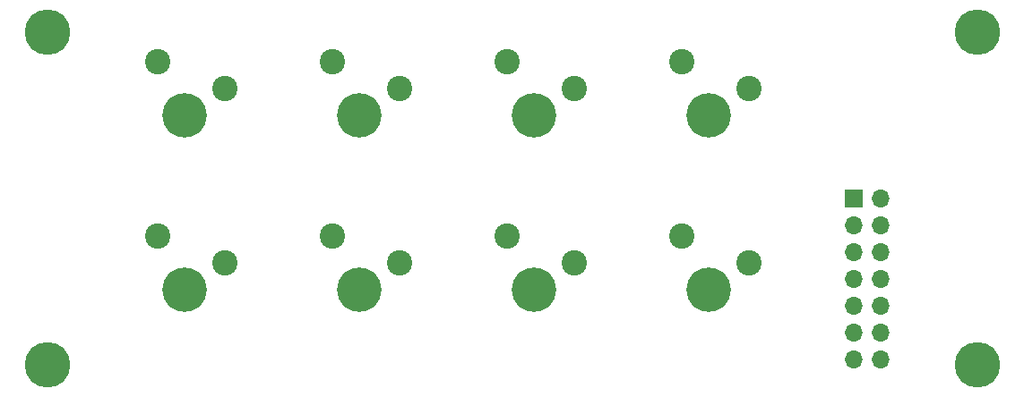
<source format=gbs>
%TF.GenerationSoftware,KiCad,Pcbnew,7.0.8*%
%TF.CreationDate,2023-10-22T18:36:15+02:00*%
%TF.ProjectId,Second test with RGB LEDs,5365636f-6e64-4207-9465-737420776974,rev?*%
%TF.SameCoordinates,Original*%
%TF.FileFunction,Soldermask,Bot*%
%TF.FilePolarity,Negative*%
%FSLAX46Y46*%
G04 Gerber Fmt 4.6, Leading zero omitted, Abs format (unit mm)*
G04 Created by KiCad (PCBNEW 7.0.8) date 2023-10-22 18:36:15*
%MOMM*%
%LPD*%
G01*
G04 APERTURE LIST*
%ADD10C,4.300000*%
%ADD11C,4.200000*%
%ADD12C,2.400000*%
%ADD13R,1.700000X1.700000*%
%ADD14O,1.700000X1.700000*%
G04 APERTURE END LIST*
D10*
%TO.C,REF\u002A\u002A*%
X201930000Y-44196000D03*
%TD*%
%TO.C,REF\u002A\u002A*%
X201930000Y-75692000D03*
%TD*%
%TO.C,REF\u002A\u002A*%
X114046000Y-44196000D03*
%TD*%
%TO.C,REF\u002A\u002A*%
X114046000Y-75692000D03*
%TD*%
D11*
%TO.C,KEY4*%
X126999993Y-52070005D03*
D12*
X130810000Y-49530000D03*
X124459988Y-46989994D03*
%TD*%
D11*
%TO.C,KEY1*%
X176530000Y-52070000D03*
D12*
X180340007Y-49529995D03*
X173989995Y-46989989D03*
%TD*%
D11*
%TO.C,KEY8*%
X176529993Y-68580005D03*
D12*
X180340000Y-66040000D03*
X173989988Y-63499994D03*
%TD*%
D11*
%TO.C,KEY3*%
X143510000Y-52070000D03*
D12*
X147320007Y-49529995D03*
X140969995Y-46989989D03*
%TD*%
D11*
%TO.C,KEY7*%
X160019993Y-68580005D03*
D12*
X163830000Y-66040000D03*
X157479988Y-63499994D03*
%TD*%
D11*
%TO.C,KEY5*%
X126999993Y-68580005D03*
D12*
X130810000Y-66040000D03*
X124459988Y-63499994D03*
%TD*%
D11*
%TO.C,KEY2*%
X160020001Y-52070001D03*
D12*
X163830008Y-49529996D03*
X157479996Y-46989990D03*
%TD*%
D11*
%TO.C,KEY6*%
X143509993Y-68580005D03*
D12*
X147320000Y-66040000D03*
X140969988Y-63499994D03*
%TD*%
D13*
%TO.C,J1*%
X190241000Y-59944000D03*
D14*
X192781000Y-59944000D03*
X190241000Y-62484000D03*
X192781000Y-62484000D03*
X190241000Y-65024000D03*
X192781000Y-65024000D03*
X190241000Y-67564000D03*
X192781000Y-67564000D03*
X190241000Y-70104000D03*
X192781000Y-70104000D03*
X190241000Y-72644000D03*
X192781000Y-72644000D03*
X190241000Y-75184000D03*
X192781000Y-75184000D03*
%TD*%
M02*

</source>
